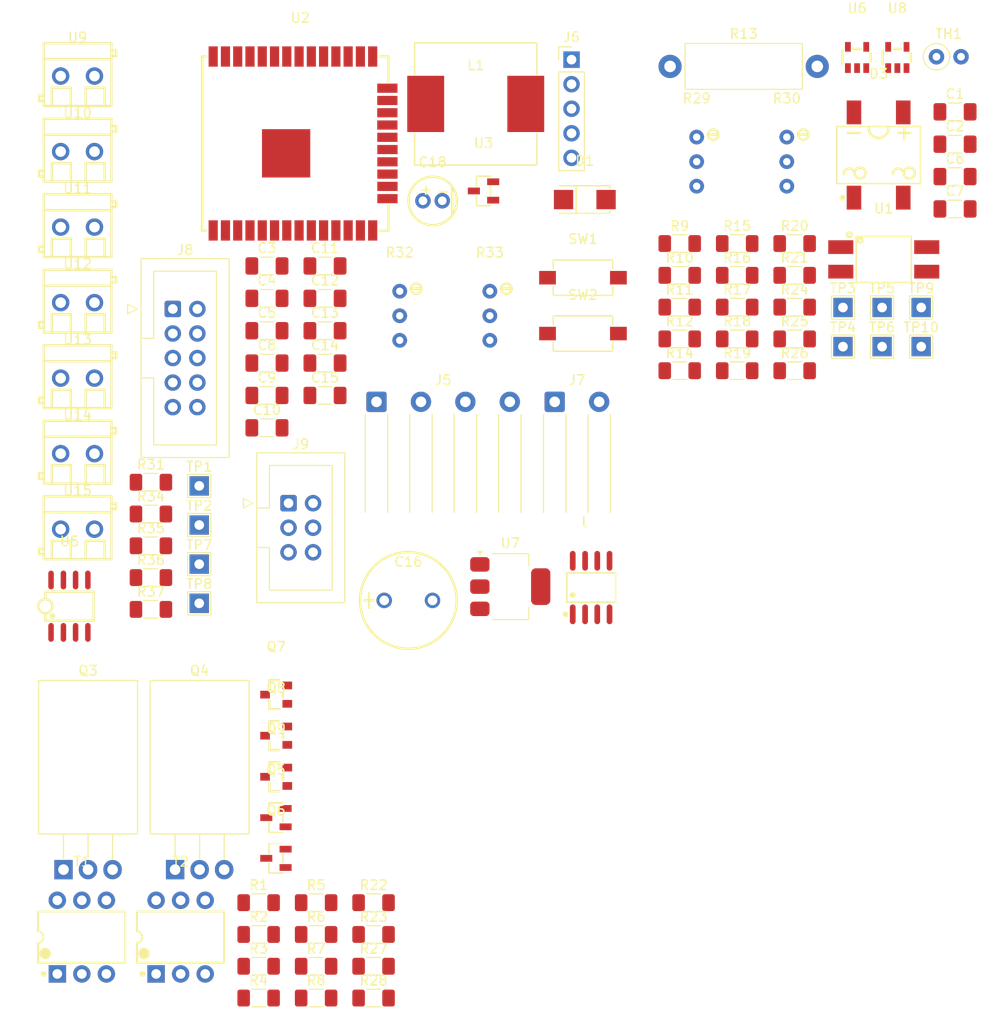
<source format=kicad_pcb>
(kicad_pcb (version 20241229) (generator "pcbnew") (generator_version "9.0")
  (layers (0 "F.Cu" signal) (2 "B.Cu" signal) (13 "F.Paste" user) (15 "B.Paste" user) (5 "F.SilkS" user "F.Silkscreen") (7 "B.SilkS" user "B.Silkscreen") (1 "F.Mask" user) (3 "B.Mask" user) (25 "Edge.Cuts" user))
  (net 0 "")
  (net 1 "LINE")
  (net 2 "Net-(Q3-G)")
  (net 3 "Net-(Q4-G)")
  (net 4 "Net-(Q7-G)")
  (net 5 "Net-(Q8-G)")
  (net 6 "Net-(T1-AN)")
  (net 7 "Net-(R5-Pad2)")
  (net 11 "Net-(R6-Pad2)")
  (net 12 "Net-(T2-AN)")
  (net 13 "Net-(R26-Pad2)")
  (net 14 "Net-(R13-Pad1)")
  (net 15 "Net-(U6--IN)")
  (net 16 "Net-(U6-+IN)")
  (net 17 "3.3V")
  (net 18 "Net-(U6-OUT)")
  (net 19 "+3.3V")
  (net 20 "+5V")
  (net 21 "Net-(U8--IN)")
  (net 22 "Net-(U8-+IN)")
  (net 23 "Net-(U8-OUT)")
  (net 24 "Net-(D3--)")
  (net 25 "Net-(D3-+)")
  (net 26 "Net-(Q5-C)")
  (net 27 "Net-(Q5-B)")
  (net 28 "Net-(Q6-C)")
  (net 29 "Net-(Q6-B)")
  (net 30 "{slash}ZCD")
  (net 31 "Termocouple1 -")
  (net 32 "Termocouple1 +")
  (net 33 "Termocouple2 -")
  (net 34 "Termocouple2 +")
  (net 46 "GND")
  (net 47 "ThermocoupleSig1")
  (net 48 "TempSense")
  (net 49 "/VREFAtt2")
  (net 50 "ThermocoupleSig2")
  (net 51 "/VREFAtt1")
  (net 52 "AcLoad1-")
  (net 53 "AcLoad1+")
  (net 54 "AcLoad2+")
  (net 55 "DC_Load2-")
  (net 56 "DC_Load1-")
  (net 57 "Net-(Q9-G)")
  (net 58 "DC_Load3-")
  (net 59 "AcLoad1Control")
  (net 60 "AcLoad2Control")
  (net 61 "DC_Load1+")
  (net 62 "DcControl1")
  (net 63 "Net-(R10-Pad2)")
  (net 64 "Net-(R19-Pad2)")
  (net 65 "DcControl2")
  (net 66 "DcControl3")
  (net 69 "Net-(U3-CATHODE)")
  (net 70 "/VREF_2p5")
  (net 71 "Net-(R34-Pad1)")
  (net 72 "Net-(R36-Pad1)")
  (net 73 "/PROG_TX")
  (net 74 "/I2C_SCL")
  (net 75 "/SPI_CLK")
  (net 76 "/PROG_RX")
  (net 77 "/I2C_RST")
  (net 78 "/SPI_MISO")
  (net 79 "/SPI_RST")
  (net 80 "/I2C_SDA")
  (net 81 "/SPI_MOSI")
  (net 82 "/BOOT_MODE")
  (net 83 "/EN")
  (net 84 "/SPI_CS0")
  (net 85 "/VREF2p5")
  (net 88 "Net-(D1-K)")
  (net 93 "Termocouple1+")
  (net 94 "Termocouple1-")
  (net 95 "Termocouple2+")
  (net 96 "Termocouple2-")
  (footprint "Resistor_SMD:R_1206_3216Metric_Pad1.30x1.75mm_HandSolder" (layer "F.Cu") (at 107.685 55.855)
    (property "Reference" "R25" (at 0 -1.82 0) (layer "F.SilkS"))
    (property "Value" "0")
    (pad "1" smd roundrect (at -1.55 0) (size 1.3 1.75) (layers "F.Cu" "F.Mask" "F.Paste") (roundrect_rratio 0.192308) (net 17 "3.3V"))
    (pad "2" smd roundrect (at 1.55 0) (size 1.3 1.75) (layers "F.Cu" "F.Mask" "F.Paste") (roundrect_rratio 0.192308) (net 31 "Termocouple1 -"))
  )
  (footprint "EasyEDA:RES-ADJ-TH_3296W" (layer "F.Cu") (at 76.13 53.46)
    (property "Reference" "R33" (at 0 -6.54 0) (layer "F.SilkS"))
    (property "Value" "3296W-1-103LF")
    (pad "1" thru_hole circle (at 0 -2.54 270) (size 1.52 1.52) (drill 0.762) (layers "*.Cu" "*.Mask") (net 70 "/VREF_2p5"))
    (pad "2" thru_hole circle (at 0 0 270) (size 1.52 1.52) (drill 0.762) (layers "*.Cu" "*.Mask") (net 49 "/VREFAtt2"))
    (pad "3" thru_hole circle (at 0 2.54 270) (size 1.52 1.52) (drill 0.762) (layers "*.Cu" "*.Mask") (net 46 "GND"))
  )
  (footprint "Capacitor_SMD:C_1206_3216Metric_Pad1.33x1.80mm_HandSolder" (layer "F.Cu") (at 124.285 39.055)
    (property "Reference" "C6" (at 0 -1.85 0) (layer "F.SilkS"))
    (property "Value" "100n")
    (pad "1" smd roundrect (at -1.5625 0) (size 1.325 1.8) (layers "F.Cu" "F.Mask" "F.Paste") (roundrect_rratio 0.188679) (net 17 "3.3V"))
    (pad "2" smd roundrect (at 1.5625 0) (size 1.325 1.8) (layers "F.Cu" "F.Mask" "F.Paste") (roundrect_rratio 0.188679) (net 46 "GND"))
  )
  (footprint "Resistor_SMD:R_1206_3216Metric_Pad1.30x1.75mm_HandSolder" (layer "F.Cu") (at 95.785 52.565)
    (property "Reference" "R11" (at 0 -1.82 0) (layer "F.SilkS"))
    (property "Value" "10k")
    (pad "1" smd roundrect (at -1.55 0) (size 1.3 1.75) (layers "F.Cu" "F.Mask" "F.Paste") (roundrect_rratio 0.192308) (net 30 "{slash}ZCD"))
    (pad "2" smd roundrect (at 1.55 0) (size 1.3 1.75) (layers "F.Cu" "F.Mask" "F.Paste") (roundrect_rratio 0.192308) (net 19 "+3.3V"))
  )
  (footprint "TestPoint:TestPoint_THTPad_2.0x2.0mm_Drill1.0mm" (layer "F.Cu") (at 46.045 79.165)
    (property "Reference" "TP7" (at 0 -1.998 0) (layer "F.SilkS"))
    (property "Value" "VrefAtt2_TP")
    (pad "1" thru_hole rect (at 0 0) (size 2 2) (drill 1) (layers "*.Cu" "*.Mask") (net 51 "/VREFAtt1"))
  )
  (footprint "Resistor_SMD:R_1206_3216Metric_Pad1.30x1.75mm_HandSolder" (layer "F.Cu") (at 41.045 73.975)
    (property "Reference" "R34" (at 0 -1.82 0) (layer "F.SilkS"))
    (property "Value" "1k")
    (pad "1" smd roundrect (at -1.55 0) (size 1.3 1.75) (layers "F.Cu" "F.Mask" "F.Paste") (roundrect_rratio 0.192308) (net 71 "Net-(R34-Pad1)"))
    (pad "2" smd roundrect (at 1.55 0) (size 1.3 1.75) (layers "F.Cu" "F.Mask" "F.Paste") (roundrect_rratio 0.192308) (net 83 "/EN"))
  )
  (footprint "Capacitor_SMD:C_1206_3216Metric_Pad1.33x1.80mm_HandSolder" (layer "F.Cu") (at 53.055 55.005)
    (property "Reference" "C5" (at 0 -1.85 0) (layer "F.SilkS"))
    (property "Value" "10u")
    (pad "1" smd roundrect (at -1.5625 0) (size 1.325 1.8) (layers "F.Cu" "F.Mask" "F.Paste") (roundrect_rratio 0.188679) (net 19 "+3.3V"))
    (pad "2" smd roundrect (at 1.5625 0) (size 1.325 1.8) (layers "F.Cu" "F.Mask" "F.Paste") (roundrect_rratio 0.188679) (net 46 "GND"))
  )
  (footprint "Capacitor_SMD:C_1206_3216Metric_Pad1.33x1.80mm_HandSolder" (layer "F.Cu") (at 59.065 61.705)
    (property "Reference" "C15" (at 0 -1.85 0) (layer "F.SilkS"))
    (property "Value" "1u")
    (pad "1" smd roundrect (at -1.5625 0) (size 1.325 1.8) (layers "F.Cu" "F.Mask" "F.Paste") (roundrect_rratio 0.188679) (net 51 "/VREFAtt1"))
    (pad "2" smd roundrect (at 1.5625 0) (size 1.325 1.8) (layers "F.Cu" "F.Mask" "F.Paste") (roundrect_rratio 0.188679) (net 46 "GND"))
  )
  (footprint "TestPoint:TestPoint_THTPad_2.0x2.0mm_Drill1.0mm" (layer "F.Cu") (at 116.735 52.605)
    (property "Reference" "TP5" (at 0 -1.998 0) (layer "F.SilkS"))
    (property "Value" "TC1_TPgnd")
    (pad "1" thru_hole rect (at 0 0) (size 2 2) (drill 1) (layers "*.Cu" "*.Mask") (net 46 "GND"))
  )
  (footprint "Capacitor_SMD:C_1206_3216Metric_Pad1.33x1.80mm_HandSolder" (layer "F.Cu") (at 124.285 32.355)
    (property "Reference" "C1" (at 0 -1.85 0) (layer "F.SilkS"))
    (property "Value" "1u")
    (pad "1" smd roundrect (at -1.5625 0) (size 1.325 1.8) (layers "F.Cu" "F.Mask" "F.Paste") (roundrect_rratio 0.188679) (net 16 "Net-(U6-+IN)"))
    (pad "2" smd roundrect (at 1.5625 0) (size 1.325 1.8) (layers "F.Cu" "F.Mask" "F.Paste") (roundrect_rratio 0.188679) (net 46 "GND"))
  )
  (footprint "EasyEDA:CONN-TH_DB301V-3.5-2P-GN" (layer "F.Cu") (at 33.45 67.73)
    (property "Reference" "U14" (at 0 -4 0) (layer "F.SilkS"))
    (property "Value" "DB301V-3.5-2P-GN")
    (pad "1" thru_hole circle (at -1.75 0) (size 1.8 1.8) (drill 1.100023) (layers "*.Cu" "*.Mask") (net 93 "Termocouple1+"))
    (pad "2" thru_hole circle (at 1.75 0) (size 1.8 1.8) (drill 1.100023) (layers "*.Cu" "*.Mask") (net 94 "Termocouple1-"))
  )
  (footprint "Resistor_SMD:R_1206_3216Metric_Pad1.30x1.75mm_HandSolder" (layer "F.Cu") (at 58.145 124.065)
    (property "Reference" "R8" (at 0 -1.82 0) (layer "F.SilkS"))
    (property "Value" "10k")
    (pad "1" smd roundrect (at -1.55 0) (size 1.3 1.75) (layers "F.Cu" "F.Mask" "F.Paste") (roundrect_rratio 0.192308) (net 5 "Net-(Q8-G)"))
    (pad "2" smd roundrect (at 1.55 0) (size 1.3 1.75) (layers "F.Cu" "F.Mask" "F.Paste") (roundrect_rratio 0.192308) (net 46 "GND"))
  )
  (footprint "Connector_Wire:SolderWire-0.5sqmm_1x04_P4.6mm_D0.9mm_OD2.1mm_Relief" (layer "F.Cu") (at 64.395 62.365)
    (property "Reference" "J5" (at 6.9 -2.25 0) (layer "F.SilkS"))
    (property "Value" "Conn_01x04_Socket")
    (pad "" np_thru_hole circle (at 0 12.6) (size 2.6 2.6) (drill 2.6) (layers "*.Cu" "*.Mask"))
    (pad "" np_thru_hole circle (at 4.6 12.6) (size 2.6 2.6) (drill 2.6) (layers "*.Cu" "*.Mask"))
    (pad "" np_thru_hole circle (at 9.2 12.6) (size 2.6 2.6) (drill 2.6) (layers "*.Cu" "*.Mask"))
    (pad "" np_thru_hole circle (at 13.8 12.6) (size 2.6 2.6) (drill 2.6) (layers "*.Cu" "*.Mask"))
    (pad "1" thru_hole roundrect (at 0 0) (size 2.1 2.1) (drill 1.1) (layers "*.Cu" "*.Mask") (roundrect_rratio 0.119048) (net 1 "LINE"))
    (pad "2" thru_hole circle (at 4.6 0) (size 2.1 2.1) (drill 1.1) (layers "*.Cu" "*.Mask") (net 1 "LINE"))
    (pad "3" thru_hole circle (at 9.2 0) (size 2.1 2.1) (drill 1.1) (layers "*.Cu" "*.Mask") (net 52 "AcLoad1-"))
    (pad "4" thru_hole circle (at 13.8 0) (size 2.1 2.1) (drill 1.1) (layers "*.Cu" "*.Mask") (net 52 "AcLoad1-"))
  )
  (footprint "TestPoint:TestPoint_THTPad_2.0x2.0mm_Drill1.0mm" (layer "F.Cu") (at 120.785 52.605)
    (property "Reference" "TP9" (at 0 -1.998 0) (layer "F.SilkS"))
    (property "Value" "ZCS_TP")
    (pad "1" thru_hole rect (at 0 0) (size 2 2) (drill 1) (layers "*.Cu" "*.Mask") (net 30 "{slash}ZCD"))
  )
  (footprint "Resistor_SMD:R_1206_3216Metric_Pad1.30x1.75mm_HandSolder" (layer "F.Cu") (at 107.685 59.145)
    (property "Reference" "R26" (at 0 -1.82 0) (layer "F.SilkS"))
    (property "Value" "680")
    (pad "1" smd roundrect (at -1.55 0) (size 1.3 1.75) (layers "F.Cu" "F.Mask" "F.Paste") (roundrect_rratio 0.192308) (net 30 "{slash}ZCD"))
    (pad "2" smd roundrect (at 1.55 0) (size 1.3 1.75) (layers "F.Cu" "F.Mask" "F.Paste") (roundrect_rratio 0.192308) (net 13 "Net-(R26-Pad2)"))
  )
  (footprint "TestPoint:TestPoint_THTPad_2.0x2.0mm_Drill1.0mm" (layer "F.Cu") (at 46.045 71.065)
    (property "Reference" "TP1" (at 0 -1.998 0) (layer "F.SilkS"))
    (property "Value" "Vref_TP")
    (pad "1" thru_hole rect (at 0 0) (size 2 2) (drill 1) (layers "*.Cu" "*.Mask") (net 85 "/VREF2p5"))
  )
  (footprint "Resistor_SMD:R_1206_3216Metric_Pad1.30x1.75mm_HandSolder" (layer "F.Cu") (at 52.195 114.195)
    (property "Reference" "R1" (at 0 -1.82 0) (layer "F.SilkS"))
    (property "Value" "10k")
    (pad "1" smd roundrect (at -1.55 0) (size 1.3 1.75) (layers "F.Cu" "F.Mask" "F.Paste") (roundrect_rratio 0.192308) (net 59 "AcLoad1Control"))
    (pad "2" smd roundrect (at 1.55 0) (size 1.3 1.75) (layers "F.Cu" "F.Mask" "F.Paste") (roundrect_rratio 0.192308) (net 29 "Net-(Q6-B)"))
  )
  (footprint "EasyEDA:SOT-23_L2.9-W1.3-P1.90-LS2.4-BR" (layer "F.Cu") (at 54.01 92.665)
    (property "Reference" "Q7" (at 0 -4.95 0) (layer "F.SilkS"))
    (property "Value" "AO3400_C2938367")
    (pad "1" smd rect (at 1.15 0.95 180) (size 1 0.8) (layers "F.Cu" "F.Mask" "F.Paste") (net 4 "Net-(Q7-G)"))
    (pad "2" smd rect (at 1.15 -0.95 180) (size 1 0.8) (layers "F.Cu" "F.Mask" "F.Paste") (net 46 "GND"))
    (pad "3" smd rect (at -1.15 0 180) (size 1 0.8) (layers "F.Cu" "F.Mask" "F.Paste") (net 55 "DC_Load2-"))
  )
  (footprint "TestPoint:TestPoint_THTPad_2.0x2.0mm_Drill1.0mm" (layer "F.Cu") (at 116.735 56.655)
    (property "Reference" "TP6" (at 0 -1.998 0) (layer "F.SilkS"))
    (property "Value" "TC1_TPgnd")
    (pad "1" thru_hole rect (at 0 0) (size 2 2) (drill 1) (layers "*.Cu" "*.Mask") (net 46 "GND"))
  )
  (footprint "EasyEDA:SOT-23-5_L2.9-W1.6-P0.95-LS2.8-BL" (layer "F.Cu") (at 114.145 26.73)
    (property "Reference" "U6" (at 0 -5.1 0) (layer "F.SilkS"))
    (property "Value" "RS321BXF")
    (pad "1" smd rect (at -0.95 1.1) (size 0.6 1) (layers "F.Cu" "F.Mask" "F.Paste") (net 16 "Net-(U6-+IN)"))
    (pad "2" smd rect (at 0 1.1) (size 0.6 1) (layers "F.Cu" "F.Mask" "F.Paste") (net 46 "GND"))
    (pad "3" smd rect (at 0.95 1.1) (size 0.6 1) (layers "F.Cu" "F.Mask" "F.Paste") (net 15 "Net-(U6--IN)"))
    (pad "4" smd rect (at 0.95 -1.1) (size 0.6 1) (layers "F.Cu" "F.Mask" "F.Paste") (net 18 "Net-(U6-OUT)"))
    (pad "5" smd rect (at -0.95 -1.1) (size 0.6 1) (layers "F.Cu" "F.Mask" "F.Paste") (net 17 "3.3V"))
  )
  (footprint "Package_TO_SOT_THT:TO-220-3_Horizontal_TabDown" (layer "F.Cu") (at 31.995 110.775)
    (property "Reference" "Q3" (at 2.54 -20.58 0) (layer "F.SilkS"))
    (property "Value" "BT136-500")
    (pad "" np_thru_hole circle (at 2.54 -16.66) (size 3.5 3.5) (drill 3.5) (layers "*.Cu" "*.Mask"))
    (pad "1" thru_hole rect (at 0 0) (size 1.905 2) (drill 1.1) (layers "*.Cu" "*.Mask") (net 53 "AcLoad1+"))
    (pad "2" thru_hole oval (at 2.54 0) (size 1.905 2) (drill 1.1) (layers "*.Cu" "*.Mask") (net 1 "LINE"))
    (pad "3" thru_hole oval (at 5.08 0) (size 1.905 2) (drill 1.1) (layers "*.Cu" "*.Mask") (net 2 "Net-(Q3-G)"))
  )
  (footprint "Connector_PinHeader_2.54mm:PinHeader_1x05_P2.54mm_Vertical" (layer "F.Cu") (at 84.585 26.955)
    (property "Reference" "J6" (at 0 -2.33 0) (layer "F.SilkS"))
    (property "Value" "Conn_01x05_Pin")
    (pad "1" thru_hole rect (at 0 0) (size 1.7 1.7) (drill 1) (layers "*.Cu" "*.Mask") (net 73 "/PROG_TX"))
    (pad "2" thru_hole oval (at 0 2.54) (size 1.7 1.7) (drill 1) (layers "*.Cu" "*.Mask") (net 76 "/PROG_RX"))
    (pad "3" thru_hole oval (at 0 5.08) (size 1.7 1.7) (drill 1) (layers "*.Cu" "*.Mask") (net 82 "/BOOT_MODE"))
    (pad "4" thru_hole oval (at 0 7.62) (size 1.7 1.7) (drill 1) (layers "*.Cu" "*.Mask") (net 83 "/EN"))
    (pad "5" thru_hole oval (at 0 10.16) (size 1.7 1.7) (drill 1) (layers "*.Cu" "*.Mask") (net 46 "GND"))
  )
  (footprint "Resistor_SMD:R_1206_3216Metric_Pad1.30x1.75mm_HandSolder" (layer "F.Cu") (at 64.095 114.195)
    (property "Reference" "R22" (at 0 -1.82 0) (layer "F.SilkS"))
    (property "Value" "680")
    (pad "1" smd roundrect (at -1.55 0) (size 1.3 1.75) (layers "F.Cu" "F.Mask" "F.Paste") (roundrect_rratio 0.192308) (net 4 "Net-(Q7-G)"))
    (pad "2" smd roundrect (at 1.55 0) (size 1.3 1.75) (layers "F.Cu" "F.Mask" "F.Paste") (roundrect_rratio 0.192308) (net 65 "DcControl2"))
  )
  (footprint "EasyEDA:SMA_L4.3-W2.6-LS5.2-RD" (layer "F.Cu") (at 85.96 41.435)
    (property "Reference" "D1" (at 0 -4 0) (layer "F.SilkS"))
    (property "Value" "SS34_C8678")
    (pad "1" smd rect (at -2.2 0 180) (size 2 2) (layers "F.Cu" "F.Mask" "F.Paste") (net 88 "Net-(D1-K)"))
    (pad "2" smd rect (at 2.2 0 180) (size 2 2) (layers "F.Cu" "F.Mask" "F.Paste") (net 46 "GND"))
  )
  (footprint "Resistor_SMD:R_1206_3216Metric_Pad1.30x1.75mm_HandSolder" (layer "F.Cu") (at 95.785 45.985)
    (property "Reference" "R9" (at 0 -1.82 0) (layer "F.SilkS"))
    (property "Value" "10K")
    (pad "1" smd roundrect (at -1.55 0) (size 1.3 1.75) (layers "F.Cu" "F.Mask" "F.Paste") (roundrect_rratio 0.192308) (net 19 "+3.3V"))
    (pad "2" smd roundrect (at 1.55 0) (size 1.3 1.75) (layers "F.Cu" "F.Mask" "F.Paste") (roundrect_rratio 0.192308) (net 48 "TempSense"))
  )
  (footprint "EasyEDA:RES-ADJ-TH_3296W" (layer "F.Cu") (at 66.8 53.46)
    (property "Reference" "R32" (at 0 -6.54 0) (layer "F.SilkS"))
    (property "Value" "3296W-1-103LF")
    (pad "1" thru_hole circle (at 0 -2.54 270) (size 1.52 1.52) (drill 0.762) (layers "*.Cu" "*.Mask") (net 70 "/VREF_2p5"))
    (pad "2" thru_hole circle (at 0 0 270) (size 1.52 1.52) (drill 0.762) (layers "*.Cu" "*.Mask") (net 51 "/VREFAtt1"))
    (pad "3" thru_hole circle (at 0 2.54 270) (size 1.52 1.52) (drill 0.762) (layers "*.Cu" "*.Mask") (net 46 "GND"))
  )
  (footprint "EasyEDA:RES-ADJ-TH_3296W" (layer "F.Cu") (at 97.54 37.51)
    (property "Reference" "R29" (at 0 -6.54 0) (layer "F.SilkS"))
    (property "Value" "3296W-1-103LF")
    (pad "1" thru_hole circle (at 0 -2.54 270) (size 1.52 1.52) (drill 0.762) (layers "*.Cu" "*.Mask") (net 63 "Net-(R10-Pad2)"))
    (pad "2" thru_hole circle (at 0 0 270) (size 1.52 1.52) (drill 0.762) (layers "*.Cu" "*.Mask") (net 23 "Net-(U8-OUT)"))
    (pad "3" thru_hole circle (at 0 2.54 270) (size 1.52 1.52) (drill 0.762) (layers "*.Cu" "*.Mask"))
  )
  (footprint "EasyEDA:CONN-TH_DB301V-3.5-2P-GN" (layer "F.Cu") (at 33.45 75.545)
    (property "Reference" "U15" (at 0 -4 0) (layer "F.SilkS"))
    (property "Value" "DB301V-3.5-2P-GN")
    (pad "1" thru_hole circle (at -1.75 0) (size 1.8 1.8) (drill 1.100023) (layers "*.Cu" "*.Mask") (net 95 "Termocouple2+"))
    (pad "2" thru_hole circle (at 1.75 0) (size 1.8 1.8) (drill 1.100023) (layers "*.Cu" "*.Mask") (net 96 "Termocouple2-"))
  )
  (footprint "Resistor_SMD:R_1206_3216Metric_Pad1.30x1.75mm_HandSolder" (layer "F.Cu") (at 52.195 124.065)
    (property "Reference" "R4" (at 0 -1.82 0) (layer "F.SilkS"))
    (property "Value" "1K")
    (pad "1" smd roundrect (at -1.55 0) (size 1.3 1.75) (layers "F.Cu" "F.Mask" "F.Paste") (roundrect_rratio 0.192308) (net 6 "Net-(T1-AN)"))
    (pad "2" smd roundrect (at 1.55 0) (size 1.3 1.75) (layers "F.Cu" "F.Mask" "F.Paste") (roundrect_rratio 0.192308) (net 61 "DC_Load1+"))
  )
  (footprint "Resistor_SMD:R_1206_3216Metric_Pad1.30x1.75mm_HandSolder" (layer "F.Cu") (at 41.045 83.845)
    (property "Reference" "R37" (at 0 -1.82 0) (layer "F.SilkS"))
    (property "Value" "1k")
    (pad "1" smd roundrect (at -1.55 0) (size 1.3 1.75) (layers "F.Cu" "F.Mask" "F.Paste") (roundrect_rratio 0.192308) (net 72 "Net-(R36-Pad1)"))
    (pad "2" smd roundrect (at 1.55 0) (size 1.3 1.75) (layers "F.Cu" "F.Mask" "F.Paste") (roundrect_rratio 0.192308) (net 82 "/BOOT_MODE"))
  )
  (footprint "Connector_Wire:SolderWire-0.5sqmm_1x02_P4.6mm_D0.9mm_OD2.1mm_Relief" (layer "F.Cu") (at 82.845 62.365)
    (property "Reference" "J7" (at 2.3 -2.25 0) (layer "F.SilkS"))
    (property "Value" "Conn_01x02_Socket")
    (pad "" np_thru_hole circle (at 0 12.6) (size 2.6 2.6) (drill 2.6) (layers "*.Cu" "*.Mask"))
    (pad "" np_thru_hole circle (at 4.6 12.6) (size 2.6 2.6) (drill 2.6) (layers "*.Cu" "*.Mask"))
    (pad "1" thru_hole roundrect (at 0 0) (size 2.1 2.1) (drill 1.1) (layers "*.Cu" "*.Mask") (roundrect_rratio 0.119048) (net 61 "DC_Load1+"))
    (pad "2" thru_hole circle (at 4.6 0) (size 2.1 2.1) (drill 1.1) (layers "*.Cu" "*.Mask") (net 46 "GND"))
  )
  (footprint "EasyEDA:IND-SMD_L12.5-W12.5" (layer "F.Cu") (at 74.67 31.535)
    (property "Reference" "L1" (at 0 -4 0) (layer "F.SilkS"))
    (property "Value" "CYH125-68UH")
    (pad "1" smd rect (at 5.18 0) (size 3.82 5.82) (layers "F.Cu" "F.Mask" "F.Paste") (net 20 "+5V"))
    (pad "2" smd rect (at -5.18 0) (size 3.82 5.82) (layers "F.Cu" "F.Mask" "F.Paste") (net 88 "Net-(D1-K)"))
  )
  (footprint "EasyEDA:CAP-TH_BD10.0-P5.00-D0.6-FD" (layer "F.Cu") (at 67.695 82.915)
    (property "Reference" "C16" (at 0 -4 0) (layer "F.SilkS"))
    (property "Value" "CD288H1HM471G200T")
    (pad "1" thru_hole circle (at -2.5 0) (size 1.6 1.6) (drill 0.999998) (layers "*.Cu" "*.Mask") (net 61 "DC_Load1+"))
    (pad "2" thru_hole circle (at 2.5 0) (size 1.6 1.6) (drill 0.999998) (layers "*.Cu" "*.Mask") (net 46 "GND"))
  )
  (footprint "TestPoint:TestPoint_THTPad_2.0x2.0mm_Drill1.0mm" (layer "F.Cu") (at 46.045 83.215)
    (property "Reference" "TP8" (at 0 -1.998 0) (layer "F.SilkS"))
    (property "Value" "VrefAtt2_TP")
    (pad "1" thru_hole rect (at 0 0) (size 2 2) (drill 1) (layers "*.Cu" "*.Mask") (net 49 "/VREFAtt2"))
  )
  (footprint "Package_TO_SOT_SMD:SOT-223-3_TabPin2" (layer "F.Cu") (at 78.245 81.49)
    (property "Reference" "U7" (at 0 -4.5 0) (layer "F.SilkS"))
    (property "Value" "AMS1117-3.3")
    (pad "1" smd roundrect (at -3.15 -2.3) (size 2 1.5) (layers "F.Cu" "F.Mask" "F.Paste") (net 46 "GND"))
    (pad "2" smd roundrect (at -3.15 0) (size 2 1.5) (layers "F.Cu" "F.Mask" "F.Paste") (net 19 "+3.3V"))
    (pad "2" smd roundrect (at 3.15 0) (size 2 3.8) (layers "F.Cu" "F.Mask" "F.Paste") (net 19 "+3.3V"))
    (pad "3" smd roundrect (at -3.15 2.3) (size 2 1.5) (layers "F.Cu" "F.Mask" "F.Paste") (net 20 "+5V"))
  )
  (footprint "Resistor_SMD:R_1206_3216Metric_Pad1.30x1.75mm_HandSolder" (layer "F.Cu") (at 58.145 120.775)
    (property "Reference" "R7" (at 0 -1.82 0) (layer "F.SilkS"))
    (property "Value" "680")
    (pad "1" smd roundrect (at -1.55 0) (size 1.3 1.75) (layers "F.Cu" "F.Mask" "F.Paste") (roundrect_rratio 0.192308) (net 5 "Net-(Q8-G)"))
    (pad "2" smd roundrect (at 1.55 0) (size 1.3 1.75) (layers "F.Cu" "F.Mask" "F.Paste") (roundrect_rratio 0.192308) (net 62 "DcControl1"))
  )
  (footprint "EasyEDA:DBS_L8.4-W6.4-P5.10-LS10.2-BL" (layer "F.Cu") (at 116.375 36.825)
    (property "Reference" "D3" (at 0 -8.41 0) (layer "F.SilkS"))
    (property "Value" "DB107S_C525738")
    (pad "1" smd rect (at -2.55 4.41 180) (size 1.51 2.47) (layers "F.Cu" "F.Mask" "F.Paste") (net 52 "AcLoad1-"))
    (pad "2" smd rect (at 2.55 4.41 180) (size 1.51 2.47) (layers "F.Cu" "F.Mask" "F.Paste") (net 1 "LINE"))
    (pad "3" smd rect (at 2.55 -4.41 180) (size 1.51 2.47) (layers "F.Cu" "F.Mask" "F.Paste") (net 25 "Net-(D3-+)"))
    (pad "4" smd rect (at -2.55 -4.41 180) (size 1.51 2.47) (layers "F.Cu" "F.Mask" "F.Paste") (net 24 "Net-(D3--)"))
  )
  (footprint "Resistor_SMD:R_1206_3216Metric_Pad1.30x1.75mm_HandSolder" (layer "F.Cu") (at 64.095 117.485)
    (property "Reference" "R23" (at 0 -1.82 0) (layer "F.SilkS"))
    (property "Value" "10k")
    (pad "1" smd roundrect (at -1.55 0) (size 1.3 1.75) (layers "F.Cu" "F.Mask" "F.Paste") (roundrect_rratio 0.192308) (net 4 "Net-(Q7-G)"))
    (pad "2" smd roundrect (at 1.55 0) (size 1.3 1.75) (layers "F.Cu" "F.Mask" "F.Paste") (roundrect_rratio 0.192308) (net 46 "GND"))
  )
  (footprint "EasyEDA:SOT-23-3_L2.9-W1.3-P1.90-LS2.4-BR" (layer "F.Cu") (at 75.475 40.545)
    (property "Reference" "U3" (at 0 -4.95 0) (layer "F.SilkS"))
    (property "Value" "TL431BIDBZR")
    (pad "1" smd rect (at 1 0.95) (size 1.25 0.7) (layers "F.Cu" "F.Mask" "F.Paste") (net 69 "Net-(U3-CATHODE)"))
    (pad "2" smd rect (at 1 -0.95) (size 1.25 0.7) (layers "F.Cu" "F.Mask" "F.Paste") (net 85 "/VREF2p5"))
    (pad "3" smd rect (at -1 0) (size 1.25 0.7) (layers "F.Cu" "F.Mask" "F.Paste") (net 46 "GND"))
  )
  (footprint "TestPoint:TestPoint_THTPad_2.0x2.0mm_Drill1.0mm" (layer "F.Cu") (at 120.785 56.655)
    (property "Reference" "TP10" (at 0 -1.998 0) (layer "F.SilkS"))
    (property "Value" "ZCS_TPgnd")
    (pad "1" thru_hole rect (at 0 0) (size 2 2) (drill 1) (layers "*.Cu" "*.Mask") (net 46 "GND"))
  )
  (footprint "Capacitor_SMD:C_1206_3216Metric_Pad1.33x1.80mm_HandSolder" (layer "F.Cu") (at 53.055 61.705)
    (property "Reference" "C9" (at 0 -1.85 0) (layer "F.SilkS"))
    (property "Value" "1u")
    (pad "1" smd roundrect (at -1.5625 0) (size 1.325 1.8) (layers "F.Cu" "F.Mask" "F.Paste") (roundrect_rratio 0.188679) (net 83 "/EN"))
    (pad "2" smd roundrect (at 1.5625 0) (size 1.325 1.8) (layers "F.Cu" "F.Mask" "F.Paste") (roundrect_rratio 0.188679) (net 46 "GND"))
  )
  (footprint "EasyEDA:CONN-TH_DB301V-3.5-2P-GN" (layer "F.Cu") (at 33.45 36.47)
    (property "Reference" "U10" (at 0 -4 0) (layer "F.SilkS"))
    (property "Value" "DB301V-3.5-2P-GN")
    (pad "1" thru_hole circle (at -1.75 0) (size 1.8 1.8) (drill 1.100023) (layers "*.Cu" "*.Mask") (net 61 "DC_Load1+"))
    (pad "2" thru_hole circle (at 1.75 0) (size 1.8 1.8) (drill 1.100023) (layers "*.Cu" "*.Mask") (net 55 "DC_Load2-"))
  )
  (footprint "EasyEDA:SOT-23_L2.9-W1.3-P1.90-LS2.4-BR" (layer "F.Cu") (at 54.01 101.165)
    (property "Reference" "Q9" (at 0 -4.95 0) (layer "F.SilkS"))
    (property "Value" "AO3400_C2938367")
    (pad "1" smd rect (at 1.15 0.95 180) (size 1 0.8) (layers "F.Cu" "F.Mask" "F.Paste") (net 57 "Net-(Q9-G)"))
    (pad "2" smd rect (at 1.15 -0.95 180) (size 1 0.8) (layers "F.Cu" "F.Mask" "F.Paste") (net 46 "GND"))
    (pad "3" smd rect (at -1.15 0 180) (size 1 0.8) (layers "F.Cu" "F.Mask" "F.Paste") (net 58 "DC_Load3-"))
  )
  (footprint "Capacitor_SMD:C_1206_3216Metric_Pad1.33x1.80mm_HandSolder" (layer "F.Cu") (at 59.065 51.655)
    (property "Reference" "C12" (at 0 -1.85 0) (layer "F.SilkS"))
    (property "Value" "1u")
    (pad "1" smd roundrect (at -1.5625 0) (size 1.325 1.8) (layers "F.Cu" "F.Mask" "F.Paste") (roundrect_rratio 0.188679) (net 48 "TempSense"))
    (pad "2" smd roundrect (at 1.5625 0) (size 1.325 1.8) (layers "F.Cu" "F.Mask" "F.Paste") (roundrect_rratio 0.188679) (net 46 "GND"))
  )
  (footprint "Resistor_SMD:R_1206_3216Metric_Pad1.30x1.75mm_HandSolder" (layer "F.Cu") (at 58.145 114.195)
    (property "Reference" "R5" (at 0 -1.82 0) (layer "F.SilkS"))
    (property "Value" "360")
    (pad "1" smd roundrect (at -1.55 0) (size 1.3 1.75) (layers "F.Cu" "F.Mask" "F.Paste") (roundrect_rratio 0.192308) (net 1 "LINE"))
    (pad "2" smd roundrect (at 1.55 0) (size 1.3 1.75) (layers "F.Cu" "F.Mask" "F.Paste") (roundrect_rratio 0.192308) (net 7 "Net-(R5-Pad2)"))
  )
  (footprint "EasyEDA:CONN-TH_DB301V-3.5-2P-GN" (layer "F.Cu") (at 33.45 52.1)
    (property "Reference" "U12" (at 0 -4 0) (layer "F.SilkS"))
    (property "Value" "DB301V-3.5-2P-GN")
    (pad "1" thru_hole circle (at -1.75 0) (size 1.8 1.8) (drill 1.100023) (layers "*.Cu" "*.Mask") (net 53 "AcLoad1+"))
    (pad "2" thru_hole circle (at 1.75 0) (size 1.8 1.8) (drill 1.100023) (layers "*.Cu" "*.Mask") (net 52 "AcLoad1-"))
  )
  (footprint "Resistor_SMD:R_1206_3216Metric_Pad1.30x1.75mm_HandSolder" (layer "F.Cu") (at 64.095 120.775)
    (property "Reference" "R27" (at 0 -1.82 0) (layer "F.SilkS"))
    (property "Value" "680")
    (pad "1" smd roundrect (at -1.55 0) (size 1.3 1.75) (layers "F.Cu" "F.Mask" "F.Paste") (roundrect_rratio 0.192308) (net 57 "Net-(Q9-G)"))
    (pad "2" smd roundrect (at 1.55 0) (size 1.3 1.75) (layers "F.Cu" "F.Mask" "F.Paste") (roundrect_rratio 0.192308) (net 66 "DcControl3"))
  )
  (footprint "Capacitor_SMD:C_1206_3216Metric_Pad1.33x1.80mm_HandSolder" (layer "F.Cu") (at 53.055 58.355)
    (property "Reference" "C8" (at 0 -1.85 0) (layer "F.SilkS"))
    (property "Value" "1u")
    (pad "1" smd roundrect (at -1.5625 0) (size 1.325 1.8) (layers "F.Cu" "F.Mask" "F.Paste") (roundrect_rratio 0.188679) (net 19 "+3.3V"))
    (pad "2" smd roundrect (at 1.5625 0) (size 1.325 1.8) (layers "F.Cu" "F.Mask" "F.Paste") (roundrect_rratio 0.188679) (net 46 "GND"))
  )
  (footprint "Resistor_SMD:R_1206_3216Metric_Pad1.30x1.75mm_HandSolder" (layer "F.Cu") (at 95.785 55.855)
    (property "Reference" "R12" (at 0 -1.82 0) (layer "F.SilkS"))
    (property "Value" "20k")
    (pad "1" smd roundrect (at -1.55 0) (size 1.3 1.75) (layers "F.Cu" "F.Mask" "F.Paste") (roundrect_rratio 0.192308) (net 21 "Net-(U8--IN)"))
    (pad "2" smd roundrect (at 1.55 0) (size 1.3 1.75) (layers "F.Cu" "F.Mask" "F.Paste") (roundrect_rratio 0.192308) (net 31 "Termocouple1 -"))
  )
  (footprint "EasyEDA:CONN-TH_DB301V-3.5-2P-GN" (layer "F.Cu") (at 33.45 28.655)
    (property "Reference" "U9" (at 0 -4 0) (layer "F.SilkS"))
    (property "Value" "DB301V-3.5-2P-GN")
    (pad "1" thru_hole circle (at -1.75 0) (size 1.8 1.8) (drill 1.100023) (layers "*.Cu" "*.Mask") (net 61 "DC_Load1+"))
    (pad "2" thru_hole circle (at 1.75 0) (size 1.8 1.8) (drill 1.100023) (layers "*.Cu" "*.Mask") (net 58 "DC_Load3-"))
  )
  (footprint "EasyEDA:CONN-TH_DB301V-3.5-2P-GN" (layer "F.Cu") (at 33.45 44.285)
    (property "Reference" "U11" (at 0 -4 0) (layer "F.SilkS"))
    (property "Value" "DB301V-3.5-2P-GN")
    (pad "1" thru_hole circle (at -1.75 0) (size 1.8 1.8) (drill 1.100023) (layers "*.Cu" "*.Mask") (net 61 "DC_Load1+"))
    (pad "2" thru_hole circle (at 1.75 0) (size 1.8 1.8) (drill 1.100023) (layers "*.Cu" "*.Mask") (net 56 "DC_Load1-"))
  )
  (footprint "TestPoint:TestPoint_THTPad_2.0x2.0mm_Drill1.0mm" (layer "F.Cu") (at 112.685 56.655)
    (property "Reference" "TP4" (at 0 -1.998 0) (layer "F.SilkS"))
    (property "Value" "TC1_TP")
    (pad "1" thru_hole rect (at 0 0) (size 2 2) (drill 1) (layers "*.Cu" "*.Mask") (net 47 "ThermocoupleSig1"))
  )
  (footprint "Resistor_SMD:R_1206_3216Metric_Pad1.30x1.75mm_HandSolder" (layer "F.Cu") (at 64.095 124.065)
    (property "Reference" "R28" (at 0 -1.82 0) (layer "F.SilkS"))
    (property "Value" "10k")
    (pad "1" smd roundrect (at -1.55 0) (size 1.3 1.75) (layers "F.Cu" "F.Mask" "F.Paste") (roundrect_rratio 0.192308) (net 57 "Net-(Q9-G)"))
    (pad "2" smd roundrect (at 1.55 0) (size 1.3 1.75) (layers "F.Cu" "F.Mask" "F.Paste") (roundrect_rratio 0.192308) (net 46 "GND"))
  )
  (footprint "EasyEDA:SOT-23-3_L2.9-W1.3-P0.95-LS2.4-BR" (layer "F.Cu") (at 53.985 105.395)
    (property "Reference" "Q5" (at 0 -4.95 0) (layer "F.SilkS"))
    (property "Value" "S9013_C402281")
    (pad "1" smd rect (at 1 0.95) (size 1.25 0.7) (layers "F.Cu" "F.Mask" "F.Paste") (net 27 "Net-(Q5-B)"))
    (pad "2" smd rect (at 1 -0.95) (size 1.25 0.7) (layers "F.Cu" "F.Mask" "F.Paste") (net 46 "GND"))
    (pad "3" smd rect (at -1 0) (size 1.25 0.7) (layers "F.Cu" "F.Mask" "F.Paste") (net 26 "Net-(Q5-C)"))
  )
  (footprint "Resistor_SMD:R_1206_3216Metric_Pad1.30x1.75mm_HandSolder" (layer "F.Cu") (at 107.685 49.275)
    (property "Reference" "R21" (at 0 -1.82 0) (layer "F.SilkS"))
    (property "Value" "680")
    (pad "1" smd roundrect (at -1.55 0) (size 1.3 1.75) (layers "F.Cu" "F.Mask" "F.Paste") (roundrect_rratio 0.192308) (net 50 "ThermocoupleSig2"))
    (pad "2" smd roundrect (at 1.55 0) (size 1.3 1.75) (layers "F.Cu" "F.Mask" "F.Paste") (roundrect_rratio 0.192308) (net 18 "Net-(U6-OUT)"))
  )
  (footprint "EasyEDA:DIP-6_L8.5-W6.4-P2.54-LS7.6-BL" (layer "F.Cu") (at 33.891582 117.76)
    (property "Reference" "T1" (at 0 -7.81 0) (layer "F.SilkS"))
    (property "Value" "MOC3020M")
    (pad "1" thru_hole rect (at -2.54 3.81 90) (size 1.8 1.8) (drill 0.999998) (layers "*.Cu" "*.Mask") (net 6 "Net-(T1-AN)"))
    (pad "2" thru_hole circle (at 0 3.81 90) (size 1.8 1.8) (drill 0.999998) (layers "*.Cu" "*.Mask") (net 28 "Net-(Q6-C)"))
    (pad "3" thru_hole circle (at 2.54 3.81 90) (size 1.8 1.8) (drill 0.999998) (layers "*.Cu" "*.Mask"))
    (pad "4" thru_hole circle (at 2.54 -3.81 90) (size 1.8 1.8) (drill 0.999998) (layers "*.Cu" "*.Mask") (net 2 "Net-(Q3-G)"))
    (pad "5" thru_hole circle (at 0 -3.81 90) (size 1.8 1.8) (drill 0.999998) (layers "*.Cu" "*.Mask"))
    (pad "6" thru_hole circle (at -2.54 -3.81 90) (size 1.8 1.8) (drill 0.999998) (layers "*.Cu" "*.Mask") (net 7 "Net-(R5-Pad2)"))
  )
  (footprint "Resistor_SMD:R_1206_3216Metric_Pad1.30x1.75mm_HandSolder" (layer "F.Cu") (at 52.195 120.775)
    (property "Reference" "R3" (at 0 -1.82 0) (layer "F.SilkS"))
    (property "Value" "1K")
    (pad "1" smd roundrect (at -1.55 0) (size 1.3 1.75) (layers "F.Cu" "F.Mask" "F.Paste") (roundrect_rratio 0.192308) (net 12 "Net-(T2-AN)"))
    (pad "2" smd roundrect (at 1.55 0) (size 1.3 1.75) (layers "F.Cu" "F.Mask" "F.Paste") (roundrect_rratio 0.192308) (net 61 "DC_Load1+"))
  )
  (footprint "EasyEDA:SW-SMD_L6.0-W3.5-LS8.0" (layer "F.Cu") (at 85.77 49.52)
    (property "Reference" "SW1" (at 0 -4 0) (layer "F.SilkS"))
    (property "Value" "TSB008A2526A")
    (pad "1" smd rect (at -3.67 0) (size 1.74 1.4) (layers "F.Cu" "F.Mask" "F.Paste") (net 46 "GND"))
    (pad "2" smd rect (at 3.67 0) (size 1.74 1.4) (layers "F.Cu" "F.Mask" "F.Paste") (net 71 "Net-(R34-Pad1)"))
  )
  (footprint "EasyEDA:SOIC-8_L5.0-W4.0-P1.27-LS6.0-BL" (layer "F.Cu") (at 32.61499 83.515)
    (property "Reference" "U5" (at 0 -6.71 0) (layer "F.SilkS"))
    (property "Value" "XL1509-5.0E1")
    (pad "1" smd oval (at -1.91 2.71) (size 0.57 1.95) (layers "F.Cu" "F.Mask" "F.Paste") (net 61 "DC_Load1+"))
    (pad "2" smd oval (at -0.63 2.71) (size 0.57 1.95) (layers "F.Cu" "F.Mask" "F.Paste") (net 88 "Net-(D1-K)"))
    (pad "3" smd oval (at 0.63 2.71) (size 0.57 1.95) (layers "F.Cu" "F.Mask" "F.Paste") (net 20 "+5V"))
    (pad "4" smd oval (at 1.9 2.71) (size 0.57 1.95) (layers "F.Cu" "F.Mask" "F.Paste"))
    (pad "5" smd oval (at 1.9 -2.71) (size 0.57 1.95) (layers "F.Cu" "F.Mask" "F.Paste") (net 46 "GND"))
    (pad "6" smd oval (at 0.63 -2.71) (size 0.57 1.95) (layers "F.Cu" "F.Mask" "F.Paste") (net 46 "GND"))
    (pad "7" smd oval (at -0.63 -2.71) (size 0.57 1.95) (layers "F.Cu" "F.Mask" "F.Paste") (net 46 "GND"))
    (pad "8" smd oval (at -1.91 -2.71) (size 0.57 1.95) (layers "F.Cu" "F.Mask" "F.Paste") (net 46 "GND"))
  )
  (footprint "EasyEDA:CAP-TH_BD5.0-P2.00-D0.5-FD-A" (layer "F.Cu") (at 70.205 41.555)
    (property "Reference" "C18" (at 0 -4 0) (layer "F.SilkS"))
    (property "Value" "EWH1AM221D11OT")
    (fp_text user "+" (at -1.46 -1.15 0) (layer "F.SilkS") (effects (font (thickness 0.2)) (justify left)))
    (fp_text user "-" (at 0.35 -1 0) (layer "F.SilkS") (effects (font (thickness 0.2)) (justify left)))
    (pad "1" thru_hole circle (at -1 0) (size 1.6 1.6) (drill 0.900024) (layers "*.Cu" "*.Mask") (net 20 "+5V"))
    (pad "2" thru_hole circle (at 1 0) (size 1.6 1.6) (drill 0.900024) (layers "*.Cu" "*.Mask") (net 46 "GND"))
  )
  (footprint "EasyEDA:SOT-23_L2.9-W1.3-P1.90-LS2.4-BR" (layer "F.Cu") (at 54.01 96.915)
    (property "Reference" "Q8" (at 0 -4.95 0) (layer "F.SilkS"))
    (property "Value" "AO3400_C2938367")
    (pad "1" smd rect (at 1.15 0.95 180) (size 1 0.8) (layers "F.Cu" "F.Mask" "F.Paste") (net 5 "Net-(Q8-G)"))
    (pad "2" smd rect (at 1.15 -0.95 180) (size 1 0.8) (layers "F.Cu" "F.Mask" "F.Paste") (net 46 "GND"))
    (pad "3" smd rect (at -1.15 0 180) (size 1 0.8) (layers "F.Cu" "F.Mask" "F.Paste") (net 56 "DC_Load1-"))
  )
  (footprint "Resistor_SMD:R_1206_3216Metric_Pad1.30x1.75mm_HandSolder" (layer "F.Cu") (at 101.735 52.565)
    (property "Reference" "R17" (at 0 -1.82 0) (layer "F.SilkS"))
    (property "Value" "20k")
    (pad "1" smd roundrect (at -1.55 0) (size 1.3 1.75) (layers "F.Cu" "F.Mask" "F.Paste") (roundrect_rratio 0.192308) (net 16 "Net-(U6-+IN)"))
    (pad "2" smd roundrect (at 1.55 0) (size 1.3 1.75) (layers "F.Cu" "F.Mask" "F.Paste") (roundrect_rratio 0.192308) (net 34 "Termocouple2 +"))
  )
  (footprint "EasyEDA:SW-SMD_L6.0-W3.5-LS8.0" (layer "F.Cu") (at 85.77 55.3)
    (property "Reference" "SW2" (at 0 -4 0) (layer "F.SilkS"))
    (property "Value" "TSB008A2526A")
    (pad "1" smd rect (at -3.67 0) (size 1.74 1.4) (layers "F.Cu" "F.Mask" "F.Paste") (net 46 "GND"))
    (pad "2" smd rect (at 3.67 0) (size 1.74 1.4) (layers "F.Cu" "F.Mask" "F.Paste") (net 72 "Net-(R36-Pad1)"))
  )
  (footprint "TestPoint:TestPoint_THTPad_2.0x2.0mm_Drill1.0mm" (layer "F.Cu") (at 46.045 75.115)
    (property "Reference" "TP2" (at 0 -1.998 0) (layer "F.SilkS"))
    (property "Value" "Vref_TPgnd")
    (pad "1" thru_hole rect (at 0 0) (size 2 2) (drill 1) (layers "*.Cu" "*.Mask") (net 46 "GND"))
  )
  (footprint "Connector_IDC:IDC-Header_2x05_P2.54mm_Vertical" (layer "F.Cu") (at 43.31 52.755)
    (property "Reference" "J8" (at 1.27 -6.1 0) (layer "F.SilkS"))
    (property "Value" "Conn_02x05_Counter_Clockwise")
    (pad "1" thru_hole roundrect (at 0 0) (size 1.7 1.7) (drill 1) (layers "*.Cu" "*.Mask") (roundrect_rratio 0.147059) (net 20 "+5V"))
    (pad "2" thru_hole circle (at 2.54 0) (size 1.7 1.7) (drill 1) (layers "*.Cu" "*.Mask") (net 19 "+3.3V"))
    (pad "3" thru_hole circle (at 0 2.54) (size 1.7 1.7) (drill 1) (layers "*.Cu" "*.Mask") (net 46 "GND"))
    (pad "4" thru_hole circle (at 2.54 2.54) (size 1.7 1.7) (drill 1) (layers "*.Cu" "*.Mask") (net 75 "/SPI_CLK"))
    (pad "5" thru_hole circle (at 0 5.08) (size 1.7 1.7) (drill 1) (layers "*.Cu" "*.Mask") (net 81 "/SPI_MOSI"))
    (pad "6" thru_hole circle (at 2.54 5.08) (size 1.7 1.7) (drill 1) (layers "*.Cu" "*.Mask") (net 78 "/SPI_MISO"))
    (pad "7" thru_hole circle (at 0 7.62) (size 1.7 1.7) (drill 1) (layers "*.Cu" "*.Mask") (net 84 "/SPI_CS0"))
    (pad "8" thru_hole circle (at 2.54 7.62) (size 1.7 1.7) (drill 1) (layers "*.Cu" "*.Mask") (net 79 "/SPI_RST"))
    (pad "9" thru_hole circle (at 0 10.16) (size 1.7 1.7) (drill 1) (layers "*.Cu" "*.Mask"))
    (pad "10" thru_hole circle (at 2.54 10.16) (size 1.7 1.7) (drill 1) (layers "*.Cu" "*.Mask"))
  )
  (footprint "Capacitor_SMD:C_1206_3216Metric_Pad1.33x1.80mm_HandSolder" (layer "F.Cu") (at 59.065 55.005)
    (property "Reference" "C13" (at 0 -1.85 0) (layer "F.SilkS"))
    (property "Value" "1u")
    (pad "1" smd roundrect (at -1.5625 0) (size 1.325 1.8) (layers "F.Cu" "F.Mask" "F.Paste") (roundrect_rratio 0.188679) (net 49 "/VREFAtt2"))
    (pad "2" smd roundrect (at 1.5625 0) (size 1.325 1.8) (layers "F.Cu" "F.Mask" "F.Paste") (roundrect_rratio 0.188679) (net 46 "GND"))
  )
  (footprint "EasyEDA:SOT-23-5_L2.9-W1.6-P0.95-LS2.8-BL" (layer "F.Cu") (at 118.315 26.73)
    (property "Reference" "U8" (at 0 -5.1 0) (layer "F.SilkS"))
    (property "Value" "RS321BXF")
    (pad "1" smd rect (at -0.95 1.1) (size 0.6 1) (layers "F.Cu" "F.Mask" "F.Paste") (net 22 "Net-(U8-+IN)"))
    (pad "2" smd rect (at 0 1.1) (size 0.6 1) (layers "F.Cu" "F.Mask" "F.Paste") (net 46 "GND"))
    (pad "3" smd rect (at 0.95 1.1) (size 0.6 1) (layers "F.Cu" "F.Mask" "F.Paste") (net 21 "Net-(U8--IN)"))
    (pad "4" smd rect (at 0.95 -1.1) (size 0.6 1) (layers "F.Cu" "F.Mask" "F.Paste") (net 23 "Net-(U8-OUT)"))
    (pad "5" smd rect (at -0.95 -1.1) (size 0.6 1) (layers "F.Cu" "F.Mask" "F.Paste") (net 17 "3.3V"))
  )
  (footprint "Capacitor_SMD:C_1206_3216Metric_Pad1.33x1.80mm_HandSolder" (layer "F.Cu") (at 59.065 48.305)
    (property "Reference" "C11" (at 0 -1.85 0) (layer "F.SilkS"))
    (property "Value" "1u")
    (pad "1" smd roundrect (at -1.5625 0) (size 1.325 1.8) (layers "F.Cu" "F.Mask" "F.Paste") (roundrect_rratio 0.188679) (net 47 "ThermocoupleSig1"))
    (pad "2" smd roundrect (at 1.5625 0) (size 1.325 1.8) (layers "F.Cu" "F.Mask" "F.Paste") (roundrect_rratio 0.188679) (net 46 "GND"))
  )
  (footprint "Resistor_SMD:R_1206_3216Metric_Pad1.30x1.75mm_HandSolder" (layer "F.Cu") (at 107.685 45.985)
    (property "Reference" "R20" (at 0 -1.82 0) (layer "F.SilkS"))
    (property "Value" "680")
    (pad "1" smd roundrect (at -1.55 0) (size 1.3 1.75) (layers "F.Cu" "F.Mask" "F.Paste") (roundrect_rratio 0.192308) (net 47 "ThermocoupleSig1"))
    (pad "2" smd roundrect (at 1.55 0) (size 1.3 1.75) (layers "F.Cu" "F.Mask" "F.Paste") (roundrect_rratio 0.192308) (net 23 "Net-(U8-OUT)"))
  )
  (footprint "Resistor_SMD:R_1206_3216Metric_Pad1.30x1.75mm_HandSolder" (layer "F.Cu") (at 58.145 117.485)
    (property "Reference" "R6" (at 0 -1.82 0) (layer "F.SilkS"))
    (property "Value" "360")
    (pad "1" smd roundrect (at -1.55 0) (size 1.3 1.75) (layers "F.Cu" "F.Mask" "F.Paste") (roundrect_rratio 0.192308) (net 1 "LINE"))
    (pad "2" smd roundrect (at 1.55 0) (size 1.3 1.75) (layers "F.Cu" "F.Mask" "F.Paste") (roundrect_rratio 0.192308) (net 11 "Net-(R6-Pad2)"))
  )
  (footprint "Capacitor_SMD:C_1206_3216Metric_Pad1.33x1.80mm_HandSolder" (layer "F.Cu") (at 124.285 35.705)
    (property "Reference" "C2" (at 0 -1.85 0) (layer "F.SilkS"))
    (property "Value" "1u")
    (pad "1" smd roundrect (at -1.5625 0) (size 1.325 1.8) (layers "F.Cu" "F.Mask" "F.Paste") (roundrect_rratio 0.188679) (net 22 "Net-(U8-+IN)"))
    (pad "2" smd roundrect (at 1.5625 0) (size 1.325 1.8) (layers "F.Cu" "F.Mask" "F.Paste") (roundrect_rratio 0.188679) (net 46 "GND"))
  )
  (footprint "Capacitor_SMD:C_1206_3216Metric_Pad1.33x1.80mm_HandSolder" (layer "F.Cu") (at 53.055 65.055)
    (property "Reference" "C10" (at 0 -1.85 0) (layer "F.SilkS"))
    (property "Value" "1u")
    (pad "1" smd roundrect (at -1.5625 0) (size 1.325 1.8) (layers "F.Cu" "F.Mask" "F.Paste") (roundrect_rratio 0.188679) (net 82 "/BOOT_MODE"))
    (pad "2" smd roundrect (at 1.5625 0) (size 1.325 1.8) (layers "F.Cu" "F.Mask" "F.Paste") (roundrect_rratio 0.188679) (net 46 "GND"))
  )
  (footprint "Connector_IDC:IDC-Header_2x03_P2.54mm_Vertical" (layer "F.Cu") (at 55.29 72.855)
    (property "Reference" "J9" (at 1.27 -6.1 0) (layer "F.SilkS"))
    (property "Value" "Conn_02x03_Counter_Clockwise")
    (pad "1" thru_hole roundrect (at 0 0) (size 1.7 1.7) (drill 1) (layers "*.Cu" "*.Mask") (roundrect_rratio 0.147059) (net 20 "+5V"))
    (pad "2" thru_hole circle (at 2.54 0) (size 1.7 1.7) (drill 1) (layers "*.Cu" "*.Mask") (net 19 "+3.3V"))
    (pad "3" thru_hole circle (at 0 2.54) (size 1.7 1.7) (drill 1) (layers "*.Cu" "*.Mask") (net 46 "GND"))
    (pad "4" thru_hole circle (at 2.54 2.54) (size 1.7 1.7) (drill 1) (layers "*.Cu" "*.Mask") (net 74 "/I2C_SCL"))
    (pad "5" thru_hole circle (at 0 5.08) (size 1.7 1.7) (drill 1) (layers "*.Cu" "*.Mask") (net 80 "/I2C_SDA"))
    (pad "6" thru_hole circle (at 2.54 5.08) (size 1.7 1.7) (drill 1) (layers "*.Cu" "*.Mask") (net 77 "/I2C_RST"))
  )
  (footprint "Resistor_SMD:R_1206_3216Metric_Pad1.30x1.75mm_HandSolder" (layer "F.Cu") (at 101.735 59.145)
    (property "Reference" "R19" (at 0 -1.82 0) (layer "F.SilkS"))
    (property "Value" "680k")
    (pad "1" smd roundrect (at -1.55 0) (size 1.3 1.75) (layers "F.Cu" "F.Mask" "F.Paste") (roundrect_rratio 0.192308) (net 15 "Net-(U6--IN)"))
    (pad "2" smd roundrect (at 1.55 0) (size 1.3 1.75) (layers "F.Cu" "F.Mask" "F.Paste") (roundrect_rratio 0.192308) (net 64 "Net-(R19-Pad2)"))
  )
  (footprint "Resistor_SMD:R_1206_3216Metric_Pad1.30x1.75mm_HandSolder" (layer "F.Cu") (at 52.195 117.485)
    (property "Reference" "R2" (at 0 -1.82 0) (layer "F.SilkS"))
    (property "Value" "10k")
    (pad "1" smd roundrect (at -1.55 0) (size 1.3 1.75) (layers "F.Cu" "F.Mask" "F.Paste") (roundrect_rratio 0.192308) (net 60 "AcLoad2Control"))
    (pad "2" smd roundrect (at 1.55 0) (size 1.3 1.75) (layers "F.Cu" "F.Mask" "F.Paste") (roundrect_rratio 0.192308) (net 27 "Net-(Q5-B)"))
  )
  (footprint "Resistor_SMD:R_1206_3216Metric_Pad1.30x1.75mm_HandSolder" (layer "F.Cu") (at 95.785 59.145)
    (property "Reference" "R14" (at 0 -1.82 0) (layer "F.SilkS"))
    (property "Value" "20k")
    (pad "1" smd roundrect (at -1.55 0) (size 1.3 1.75) (layers "F.Cu" "F.Mask" "F.Paste") (roundrect_rratio 0.192308) (net 22 "Net-(U8-+IN)"))
    (pad "2" smd roundrect (at 1.55 0) (size 1.3 1.75) (layers "F.Cu" "F.Mask" "F.Paste") (roundrect_rratio 0.192308) (net 32 "Termocouple1 +"))
  )
  (footprint "EasyEDA:DIP-6_L8.5-W6.4-P2.54-LS7.6-BL" (layer "F.Cu") (at 44.123164 117.76)
    (property "Reference" "T2" (at 0 -7.81 0) (layer "F.SilkS"))
    (property "Value" "MOC3020M")
    (pad "1" thru_hole rect (at -2.54 3.81 90) (size 1.8 1.8) (drill 0.999998) (layers "*.Cu" "*.Mask") (net 12 "Net-(T2-AN)"))
    (pad "2" thru_hole circle (at 0 3.81 90) (size 1.8 1.8) (drill 0.999998) (layers "*.Cu" "*.Mask") (net 26 "Net-(Q5-C)"))
    (pad "3" thru_hole circle (at 2.54 3.81 90) (size 1.8 1.8) (drill 0.999998) (layers "*.Cu" "*.Mask"))
    (pad "4" thru_hole circle (at 2.54 -3.81 90) (size 1.8 1.8) (drill 0.999998) (layers "*.Cu" "*.Mask") (net 3 "Net-(Q4-G)"))
    (pad "5" thru_hole circle (at 0 -3.81 90) (size 1.8 1.8) (drill 0.999998) (layers "*.Cu" "*.Mask"))
    (pad "6" thru_hole circle (at -2.54 -3.81 90) (size 1.8 1.8) (drill 0.999998) (layers "*.Cu" "*.Mask") (net 11 "Net-(R6-Pad2)"))
  )
  (footprint "EasyEDA:WIFIM-SMD_39P-L25.5-W18.0-P1.27-BL" (layer "F.Cu") (at 56.51 35.63)
    (property "Reference" "U2" (at 0 -13 0) (layer "F.SilkS"))
    (property "Value" "ESP32-WROOM-32D")
    (pad "1" smd rect (at -9.02 9) (size 0.95 2.1) (layers "F.Cu" "F.Mask" "F.Paste") (net 46 "GND"))
    (pad "2" smd rect (at -7.75 9) (size 0.95 2.1) (layers "F.Cu" "F.Mask" "F.Paste") (net 19 "+3.3V"))
    (pad "3" smd rect (at -6.48 9) (size 0.95 2.1) (layers "F.Cu" "F.Mask" "F.Paste") (net 83 "/EN"))
    (pad "4" smd rect (at -5.21 9) (size 0.95 2.1) (layers "F.Cu" "F.Mask" "F.Paste") (net 51 "/VREFAtt1"))
    (pad "5" smd rect (at -3.94 9) (size 0.95 2.1) (layers "F.Cu" "F.Mask" "F.Paste") (net 49 "/VREFAtt2"))
    (pad "6" smd rect (at -2.67 9) (size 0.95 2.1) (layers "F.Cu" "F.Mask" "F.Paste") (net 48 "TempSense"))
    (pad "7" smd rect (at -1.4 9) (size 0.95 2.1) (layers "F.Cu" "F.Mask" "F.Paste") (net 47 "ThermocoupleSig1"))
    (pad "8" smd rect (at -0.13 9) (size 0.95 2.1) (layers "F.Cu" "F.Mask" "F.Paste") (net 50 "ThermocoupleSig2"))
    (pad "9" smd rect (at 1.14 9) (size 0.95 2.1) (layers "F.Cu" "F.Mask" "F.Paste"))
    (pad "10" smd rect (at 2.41 9) (size 0.95 2.1) (layers "F.Cu" "F.Mask" "F.Paste") (net 79 "/SPI_RST"))
    (pad "11" smd rect (at 3.68 9) (size 0.95 2.1) (layers "F.Cu" "F.Mask" "F.Paste") (net 84 "/SPI_CS0"))
    (pad "12" smd rect (at 4.95 9) (size 0.95 2.1) (layers "F.Cu" "F.Mask" "F.Paste") (net 77 "/I2C_RST"))
    (pad "13" smd rect (at 6.22 9) (size 0.95 2.1) (layers "F.Cu" "F.Mask" "F.Paste") (net 75 "/SPI_CLK"))
    (pad "14" smd rect (at 7.49 9) (size 0.95 2.1) (layers "F.Cu" "F.Mask" "F.Paste") (net 78 "/SPI_MISO"))
    (pad "15" smd rect (at 9.02 5.71) (size 2.1 0.95) (layers "F.Cu" "F.Mask" "F.Paste") (net 46 "GND"))
    (pad "16" smd rect (at 9.02 4.44) (size 2.1 0.95) (layers "F.Cu" "F.Mask" "F.Paste") (net 81 "/SPI_MOSI"))
    (pad "17" smd rect (at 9.02 3.17) (size 2.1 0.95) (layers "F.Cu" "F.Mask" "F.Paste"))
    (pad "18" smd rect (at 9.02 1.9) (size 2.1 0.95) (layers "F.Cu" "F.Mask" "F.Paste"))
    (pad "19" smd rect (at 9.02 0.63) (size 2.1 0.95) (layers "F.Cu" "F.Mask" "F.Paste"))
    (pad "20" smd rect (at 9.01 -0.64) (size 2.1 0.95) (layers "F.Cu" "F.Mask" "F.Paste"))
    (pad "21" smd rect (at 9.01 -1.91) (size 2.1 0.95) (layers "F.Cu" "F.Mask" "F.Paste"))
    (pad "22" smd rect (at 9.01 -3.18) (size 2.1 0.95) (layers "F.Cu" "F.Mask" "F.Paste"))
    (pad "23" smd rect (at 9.01 -4.45) (size 2.1 0.95) (layers "F.Cu" "F.Mask" "F.Paste"))
    (pad "24" smd rect (at 9.01 -5.72) (size 2.1 0.95) (layers "F.Cu" "F.Mask" "F.Paste"))
    (pad "25" smd rect (at 7.49 -9) (size 0.95 2.1) (layers "F.Cu" "F.Mask" "F.Paste") (net 82 "/BOOT_MODE"))
    (pad "26" smd rect (at 6.22 -9) (size 0.95 2.1) (layers "F.Cu" "F.Mask" "F.Paste") (net 66 "DcControl3"))
    (pad "27" smd rect (at 4.95 -9) (size 0.95 2.1) (layers "F.Cu" "F.Mask" "F.Paste") (net 65 "DcControl2"))
    (pad "28" smd rect (at 3.68 -9) (size 0.95 2.1) (layers "F.Cu" "F.Mask" "F.Paste") (net 62 "DcControl1"))
    (pad "29" smd rect (at 2.41 -9) (size 0.95 2.1) (layers "F.Cu" "F.Mask" "F.Paste"))
    (pad "30" smd rect (at 1.14 -9) (size 0.95 2.1) (layers "F.Cu" "F.Mask" "F.Paste") (net 60 "AcLoad2Control"))
    (pad "31" smd rect (at -0.13 -9) (size 0.95 2.1) (layers "F.Cu" "F.Mask" "F.Paste") (net 59 "AcLoad1Control"))
    (pad "32" smd rect (at -1.4 -9) (size 0.95 2.1) (layers "F.Cu" "F.Mask" "F.Paste"))
    (pad "33" smd rect (at -2.67 -9) (size 0.95 2.1) (layers "F.Cu" "F.Mask" "F.Paste") (net 80 "/I2C_SDA"))
    (pad "34" smd rect (at -3.94 -9) (size 0.95 2.1) (layers "F.Cu" "F.Mask" "F.Paste") (net 76 "/PROG_RX"))
    (pad "35" smd rect (at -5.21 -9) (size 0.95 2.1) (layers "F.Cu" "F.Mask" "F.Paste") (net 73 "/PROG_TX"))
    (pad "36" smd rect (at -6.48 -9) (size 0.95 2.1) (layers "F.Cu" "F.Mask" "F.Paste") (net 74 "/I2C_SCL"))
    (pad "37" smd rect (at -7.75 -9) (size 0.95 2.1) (layers "F.Cu" "F.Mask" "F.Paste") (net 30 "{slash}ZCD"))
    (pad "38" smd rect (at -9.02 -9) (size 0.95 2.1) (layers "F.Cu" "F.Mask" "F.Paste") (net 46 "GND"))
    (pad "39" smd rect (at -1.47 1.02 90) (size 5 5) (layers "F.Cu" "F.Mask" "F.Paste") (net 46 "GND"))
  )
  (footprint "EasyEDA:SOIC-8_L4.9-W3.9-P1.27-LS6.0-BL" (layer "F.Cu") (at 86.62 81.585)
    (property "Reference" "U4" (at 0 -6.77 0) (layer "F.SilkS"))
    (property "Value" "TL431ACDR")
    (pad "1" smd oval (at -1.91 2.77) (size 0.59 2.05) (layers "F.Cu" "F.Mask" "F.Paste") (net 69 "Net-(U3-CATHODE)"))
    (pad "2" smd oval (at -0.63 2.77) (size 0.59 2.05) (layers "F.Cu" "F.Mask" "F.Paste") (net 46 "GND"))
    (pad "3" smd oval (at 0.63 2.77) (size 0.59 2.05) (layers "F.Cu" "F.Mask" "F.Paste") (net 46 "GND"))
    (pad "4" smd oval (at 1.9 2.77) (size 0.59 2.05) (layers "F.Cu" "F.Mask" "F.Paste"))
    (pad "5" smd oval (at 1.9 -2.77) (size 0.59 2.05) (layers "F.Cu" "F.Mask" "F.Paste"))
    (pad "6" smd oval (at 0.63 -2.77) (size 0.59 2.05) (layers "F.Cu" "F.Mask" "F.Paste") (net 46 "GND"))
    (pad "7" smd oval (at -0.63 -2.77) (size 0.59 2.05) (layers "F.Cu" "F.Mask" "F.Paste") (net 46 "GND"))
    (pad "8" smd oval (at -1.91 -2.77) (size 0.59 2.05) (layers "F.Cu" "F.Mask" "F.Paste") (net 70 "/VREF_2p5"))
  )
  (footprint "TestPoint:TestPoint_THTPad_2.0x2.0mm_Drill1.0mm" (layer "F.Cu") (at 112.685 52.605)
    (property "Reference" "TP3" (at 0 -1.998 0) (layer "F.SilkS"))
    (property "Value" "TC1_TP")
    (pad "1" thru_hole rect (at 0 0) (size 2 2) (drill 1) (layers "*.Cu" "*.Mask") (net 50 "ThermocoupleSig2"))
  )
  (footprint "Resistor_SMD:R_1206_3216Metric_Pad1.30x1.75mm_HandSolder" (layer "F.Cu") (at 107.685 52.565)
    (property "Reference" "R24" (at 0 -1.82 0) (layer "F.SilkS"))
    (property "Value" "0")
    (pad "1" smd roundrect (at -1.55 0) (size 1.3 1.75) (layers "F.Cu" "F.Mask" "F.Paste") (roundrect_rratio 0.192308) (net 17 "3.3V"))
    (pad "2" smd roundrect (at 1.55 0) (size 1.3 1.75) (layers "F.Cu" "F.Mask" "F.Paste") (roundrect_rratio 0.192308) (net 33 "Termocouple2 -"))
  )
  (footprint "Capacitor_SMD:C_1206_3216Metric_Pad1.33x1.80mm_HandSolder" (layer "F.Cu") (at 124.285 42.405)
    (property "Reference" "C7" (at 0 -1.85 0) (layer "F.SilkS"))
    (property "Value" "100n")
    (pad "1" smd roundrect (at -1.5625 0) (size 1.325 1.8) (layers "F.Cu" "F.Mask" "F.Paste") (roundrect_rratio 0.188679) (net 17 "3.3V"))
    (pad "2" smd roundrect (at 1.5625 0) (size 1.325 1.8) (layers "F.Cu" "F.Mask" "F.Paste") (roundrect_rratio 0.188679) (net 46 "GND"))
  )
  (footprint "Capacitor_SMD:C_1206_3216Metric_Pad1.33x1.80mm_HandSolder" (layer "F.Cu") (at 59.065 58.355)
    (property "Reference" "C14" (at 0 -1.85 0) (layer "F.SilkS"))
    (property "Value" "1u")
    (pad "1" smd roundrect (at -1.5625 0) (size 1.325 1.8) (layers "F.Cu" "F.Mask" "F.Paste") (roundrect_rratio 0.188679) (net 50 "ThermocoupleSig2"))
    (pad "2" smd roundrect (at 1.5625 0) (size 1.325 1.8) (layers "F.Cu" "F.Mask" "F.Paste") (roundrect_rratio 0.188679) (net 46 "GND"))
  )
  (footprint "Resistor_THT:R_Axial_DIN0414_L11.9mm_D4.5mm_P15.24mm_Horizontal" (layer "F.Cu") (at 94.785 27.655)
    (property "Reference" "R13" (at 7.62 -3.37 0) (layer "F.SilkS"))
    (property "Value" "33k (2W)")
    (pad "1" thru_hole circle (at 0 0) (size 2.4 2.4) (drill 1.2) (layers "*.Cu" "*.Mask") (net 14 "Net-(R13-Pad1)"))
    (pad "2" thru_hole oval (at 15.24 0) (size 2.4 2.4) (drill 1.2) (layers "*.Cu" "*.Mask") (net 25 "Net-(D3-+)"))
  )
  (footprint "Package_TO_SOT_THT:TO-220-3_Horizontal_TabDown" (layer "F.Cu") (at 43.545 110.775)
    (property "Reference" "Q4" (at 2.54 -20.58 0) (layer "F.SilkS"))
    (property "Value" "BT136-500")
    (pad "" np_thru_hole circle (at 2.54 -16.66) (size 3.5 3.5) (drill 3.5) (layers "*.Cu" "*.Mask"))
    (pad "1" thru_hole rect (at 0 0) (size 1.905 2) (drill 1.1) (layers "*.Cu" "*.Mask") (net 54 "AcLoad2+"))
    (pad "2" thru_hole oval (at 2.54 0) (size 1.905 2) (drill 1.1) (layers "*.Cu" "*.Mask") (net 1 "LINE"))
    (pad "3" thru_hole oval (at 5.08 0) (size 1.905 2) (drill 1.1) (layers "*.Cu" "*.Mask") (net 3 "Net-(Q4-G)"))
  )
  (footprint "Resistor_SMD:R_1206_3216Metric_Pad1.30x1.75mm_HandSolder" (layer "F.Cu") (at 101.735 45.985)
    (property "Reference" "R15" (at 0 -1.82 0) (layer "F.SilkS"))
    (property "Value" "680k")
    (pad "1" smd roundrect (at -1.55 0) (size 1.3 1.75) (layers "F.Cu" "F.Mask" "F.Paste") (roundrect_rratio 0.192308) (net 22 "Net-(U8-+IN)"))
    (pad "2" smd roundrect (at 1.55 0) (size 1.3 1.75) (layers "F.Cu" "F.Mask" "F.Paste") (roundrect_rratio 0.192308) (net 46 "GND"))
  )
  (footprint "Resistor_SMD:R_1206_3216Metric_Pad1.30x1.75mm_HandSolder" (layer "F.Cu") (at 41.045 80.555)
    (property "Reference" "R36" (at 0 -1.82 0) (layer "F.SilkS"))
    (property "Value" "10k")
    (pad "1" smd roundrect (at -1.55 0) (size 1.3 1.75) (layers "F.Cu" "F.Mask" "F.Paste") (roundrect_rratio 0.192308) (net 72 "Net-(R36-Pad1)"))
    (pad "2" smd roundrect (at 1.55 0) (size 1.3 1.75) (layers "F.Cu" "F.Mask" "F.Paste") (roundrect_rratio 0.192308) (net 19 "+3.3V"))
  )
  (footprint "Resistor_SMD:R_1206_3216Metric_Pad1.30x1.75mm_HandSolder" (layer "F.Cu") (at 41.045 77.265)
    (property "Reference" "R35" (at 0 -1.82 0) (layer "F.SilkS"))
    (property "Value" "10k")
    (pad "1" smd roundrect (at -1.55 0) (size 1.3 1.75) (layers "F.Cu" "F.Mask" "F.Paste") (roundrect_rratio 0.192308) (net 71 "Net-(R34-Pad1)"))
    (pad "2" smd roundrect (at 1.55 0) (size 1.3 1.75) (layers "F.Cu" "F.Mask" "F.Paste") (roundrect_rratio 0.192308) (net 19 "+3.3V"))
  )
  (footprint "Resistor_SMD:R_1206_3216Metric_Pad1.30x1.75mm_HandSolder" (layer "F.Cu") (at 41.045 70.685)
    (property "Reference" "R31" (at 0 -1.82 0) (layer "F.SilkS"))
    (property "Value" "1k")
    (pad "1" smd roundrect (at -1.55 0) (size 1.3 1.75) (layers "F.Cu" "F.Mask" "F.Paste") (roundrect_rratio 0.192308) (net 19 "+3.3V"))
    (pad "2" smd roundrect (at 1.55 0) (size 1.3 1.75) (layers "F.Cu" "F.Mask" "F.Paste") (roundrect_rratio 0.192308) (net 69 "Net-(U3-CATHODE)"))
  )
  (footprint "Resistor_THT:R_Axial_DIN0207_L6.3mm_D2.5mm_P2.54mm_Vertical" (layer "F.Cu") (at 122.365 26.655)
    (property "Reference" "TH1" (at 1.27 -2.37 0) (layer "F.SilkS"))
    (property "Value" "Thermistor_NTC")
    (pad "1" thru_hole circle (at 0 0) (size 1.6 1.6) (drill 0.8) (layers "*.Cu" "*.Mask") (net 48 "TempSense"))
    (pad "2" thru_hole oval (at 2.54 0) (size 1.6 1.6) (drill 0.8) (layers "*.Cu" "*.Mask") (net 46 "GND"))
  )
  (footprint "EasyEDA:RES-ADJ-TH_3296W" (layer "F.Cu") (at 106.87 37.51)
    (property "Reference" "R30" (at 0 -6.54 0) (layer "F.SilkS"))
    (property "Value" "3296W-1-103LF")
    (pad "1" thru_hole circle (at 0 -2.54 270) (size 1.52 1.52) (drill 0.762) (layers "*.Cu" "*.Mask") (net 64 "Net-(R19-Pad2)"))
    (pad "2" thru_hole circle (at 0 0 270) (size 1.52 1.52) (drill 0.762) (layers "*.Cu" "*.Mask") (net 18 "Net-(U6-OUT)"))
    (pad "3" thru_hole circle (at 0 2.54 270) (size 1.52 1.52) (drill 0.762) (layers "*.Cu" "*.Mask"))
  )
  (footprint "EasyEDA:SOT-23-3_L2.9-W1.3-P0.95-LS2.4-BR" (layer "F.Cu") (at 53.985 109.605)
    (property "Reference" "Q6" (at 0 -4.95 0) (layer "F.SilkS"))
    (property "Value" "S9013_C402281")
    (pad "1" smd rect (at 1 0.95) (size 1.25 0.7) (layers "F.Cu" "F.Mask" "F.Paste") (net 29 "Net-(Q6-B)"))
    (pad "2" smd rect (at 1 -0.95) (size 1.25 0.7) (layers "F.Cu" "F.Mask" "F.Paste") (net 46 "GND"))
    (pad "3" smd rect (at -1 0) (size 1.25 0.7) (layers "F.Cu" "F.Mask" "F.Paste") (net 28 "Net-(Q6-C)"))
  )
  (footprint "EasyEDA:CONN-TH_DB301V-3.5-2P-GN" (layer "F.Cu") (at 33.45 59.915)
    (property "Reference" "U13" (at 0 -4 0) (layer "F.SilkS"))
    (property "Value" "DB301V-3.5-2P-GN")
    (pad "1" thru_hole circle (at -1.75 0) (size 1.8 1.8) (drill 1.100023) (layers "*.Cu" "*.Mask") (net 54 "AcLoad2+"))
    (pad "2" thru_hole circle (at 1.75 0) (size 1.8 1.8) (drill 1.100023) (layers "*.Cu" "*.Mask") (net 52 "AcLoad1-"))
  )
  (footprint "Resistor_SMD:R_1206_3216Metric_Pad1.30x1.75mm_HandSolder" (layer "F.Cu") (at 101.735 55.855)
    (property "Reference" "R18" (at 0 -1.82 0) (layer "F.SilkS"))
    (property "Value" "680k")
    (pad "1" smd roundrect (at -1.55 0) (size 1.3 1.75) (layers "F.Cu" "F.Mask" "F.Paste") (roundrect_rratio 0.192308) (net 16 "Net-(U6-+IN)"))
    (pad "2" smd roundrect (at 1.55 0) (size 1.3 1.75) (layers "F.Cu" "F.Mask" "F.Paste") (roundrect_rratio 0.192308) (net 46 "GND"))
  )
  (footprint "Resistor_SMD:R_1206_3216Metric_Pad1.30x1.75mm_HandSolder" (layer "F.Cu") (at 101.735 49.275)
    (property "Reference" "R16" (at 0 -1.82 0) (layer "F.SilkS"))
    (property "Value" "20k")
    (pad "1" smd roundrect (at -1.55 0) (size 1.3 1.75) (layers "F.Cu" "F.Mask" "F.Paste") (roundrect_rratio 0.192308) (net 15 "Net-(U6--IN)"))
    (pad "2" smd roundrect (at 1.55 0) (size 1.3 1.75) (layers "F.Cu" "F.Mask" "F.Paste") (roundrect_rratio 0.192308) (net 33 "Termocouple2 -"))
  )
  (footprint "EasyEDA:SOP-4_L6.5-W4.6-P2.54-LS10.3-TL" (layer "F.Cu") (at 116.91 47.625)
    (property "Reference" "U1" (at 0 -5.27 0) (layer "F.SilkS"))
    (property "Value" "EL817S1C(F)")
    (pad "1" smd rect (at -4.45 -1.27) (size 2.6 1.42) (layers "F.Cu" "F.Mask" "F.Paste") (net 14 "Net-(R13-Pad1)"))
    (pad "2" smd rect (at -4.45 1.27) (size 2.6 1.42) (layers "F.Cu" "F.Mask" "F.Paste") (net 24 "Net-(D3--)"))
    (pad "3" smd rect (at 4.45 1.27) (size 2.6 1.42) (layers "F.Cu" "F.Mask" "F.Paste") (net 46 "GND"))
    (pad "4" smd rect (at 4.45 -1.27) (size 2.6 1.42) (layers "F.Cu" "F.Mask" "F.Paste") (net 13 "Net-(R26-Pad2)"))
  )
  (footprint "Capacitor_SMD:C_1206_3216Metric_Pad1.33x1.80mm_HandSolder" (layer "F.Cu") (at 53.055 51.655)
    (property "Reference" "C4" (at 0 -1.85 0) (layer "F.SilkS"))
    (property "Value" "1u")
    (pad "1" smd roundrect (at -1.5625 0) (size 1.325 1.8) (layers "F.Cu" "F.Mask" "F.Paste") (roundrect_rratio 0.188679) (net 61 "DC_Load1+"))
    (pad "2" smd roundrect (at 1.5625 0) (size 1.325 1.8) (layers "F.Cu" "F.Mask" "F.Paste") (roundrect_rratio 0.188679) (net 46 "GND"))
  )
  (footprint "Resistor_SMD:R_1206_3216Metric_Pad1.30x1.75mm_HandSolder" (layer "F.Cu") (at 95.785 49.275)
    (property "Reference" "R10" (at 0 -1.82 0) (layer "F.SilkS"))
    (property "Value" "680k")
    (pad "1" smd roundrect (at -1.55 0) (size 1.3 1.75) (layers "F.Cu" "F.Mask" "F.Paste") (roundrect_rratio 0.192308) (net 21 "Net-(U8--IN)"))
    (pad "2" smd roundrect (at 1.55 0) (size 1.3 1.75) (layers "F.Cu" "F.Mask" "F.Paste") (roundrect_rratio 0.192308) (net 63 "Net-(R10-Pad2)"))
  )
  (footprint "Capacitor_SMD:C_1206_3216Metric_Pad1.33x1.80mm_HandSolder" (layer "F.Cu") (at 53.055 48.305)
    (property "Reference" "C3" (at 0 -1.85 0) (layer "F.SilkS"))
    (property "Value" "10u")
    (pad "1" smd roundrect (at -1.5625 0) (size 1.325 1.8) (layers "F.Cu" "F.Mask" "F.Paste") (roundrect_rratio 0.188679) (net 20 "+5V"))
    (pad "2" smd roundrect (at 1.5625 0) (size 1.325 1.8) (layers "F.Cu" "F.Mask" "F.Paste") (roundrect_rratio 0.188679) (net 46 "GND"))
  )
)
</source>
